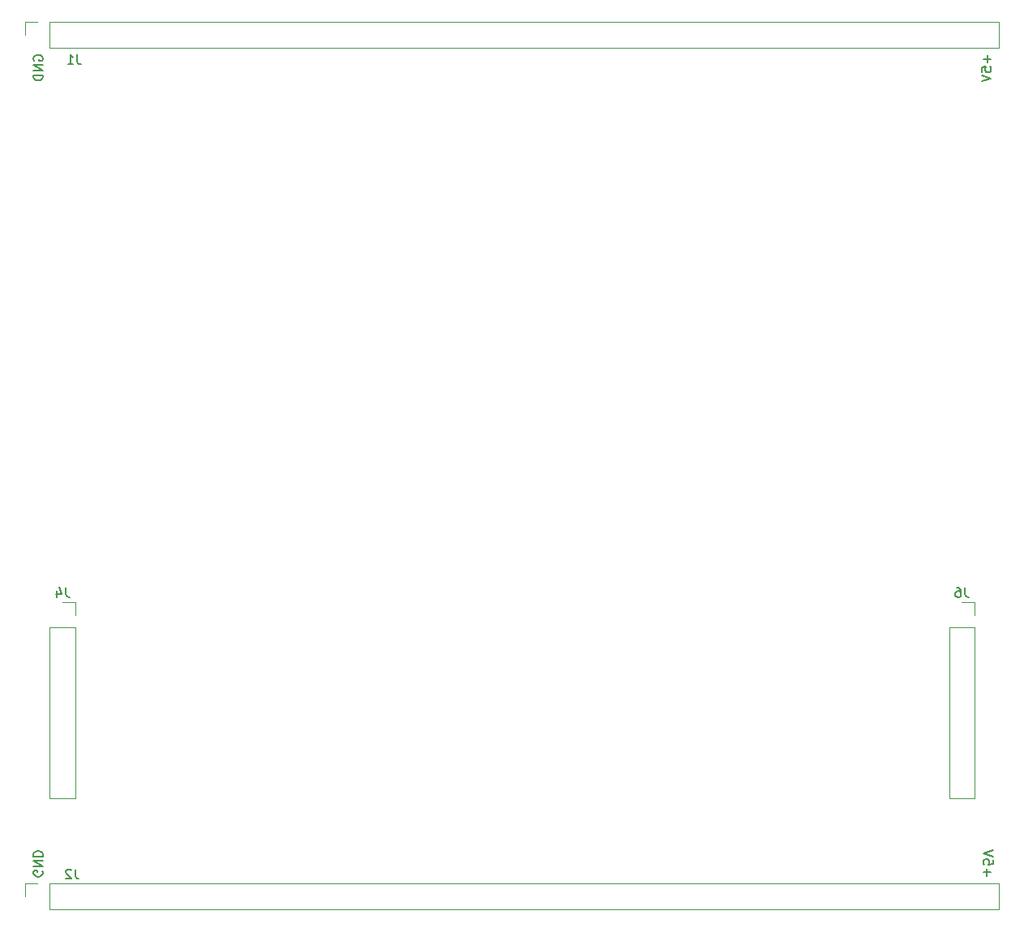
<source format=gbo>
G04 #@! TF.GenerationSoftware,KiCad,Pcbnew,(5.1.9)-1*
G04 #@! TF.CreationDate,2021-10-24T10:03:22-04:00*
G04 #@! TF.ProjectId,ram-mar,72616d2d-6d61-4722-9e6b-696361645f70,1.0*
G04 #@! TF.SameCoordinates,Original*
G04 #@! TF.FileFunction,Legend,Bot*
G04 #@! TF.FilePolarity,Positive*
%FSLAX46Y46*%
G04 Gerber Fmt 4.6, Leading zero omitted, Abs format (unit mm)*
G04 Created by KiCad (PCBNEW (5.1.9)-1) date 2021-10-24 10:03:22*
%MOMM*%
%LPD*%
G01*
G04 APERTURE LIST*
%ADD10C,0.150000*%
%ADD11C,0.120000*%
%ADD12O,1.600000X1.600000*%
%ADD13R,1.600000X1.600000*%
%ADD14O,1.700000X1.700000*%
%ADD15R,1.700000X1.700000*%
G04 APERTURE END LIST*
D10*
X86000000Y-48659404D02*
X85952380Y-48564166D01*
X85952380Y-48421309D01*
X86000000Y-48278452D01*
X86095238Y-48183214D01*
X86190476Y-48135595D01*
X86380952Y-48087976D01*
X86523809Y-48087976D01*
X86714285Y-48135595D01*
X86809523Y-48183214D01*
X86904761Y-48278452D01*
X86952380Y-48421309D01*
X86952380Y-48516547D01*
X86904761Y-48659404D01*
X86857142Y-48707023D01*
X86523809Y-48707023D01*
X86523809Y-48516547D01*
X86952380Y-49135595D02*
X85952380Y-49135595D01*
X86952380Y-49707023D01*
X85952380Y-49707023D01*
X86952380Y-50183214D02*
X85952380Y-50183214D01*
X85952380Y-50421309D01*
X86000000Y-50564166D01*
X86095238Y-50659404D01*
X86190476Y-50707023D01*
X86380952Y-50754642D01*
X86523809Y-50754642D01*
X86714285Y-50707023D01*
X86809523Y-50659404D01*
X86904761Y-50564166D01*
X86952380Y-50421309D01*
X86952380Y-50183214D01*
X86900000Y-133340595D02*
X86947619Y-133435833D01*
X86947619Y-133578690D01*
X86900000Y-133721547D01*
X86804761Y-133816785D01*
X86709523Y-133864404D01*
X86519047Y-133912023D01*
X86376190Y-133912023D01*
X86185714Y-133864404D01*
X86090476Y-133816785D01*
X85995238Y-133721547D01*
X85947619Y-133578690D01*
X85947619Y-133483452D01*
X85995238Y-133340595D01*
X86042857Y-133292976D01*
X86376190Y-133292976D01*
X86376190Y-133483452D01*
X85947619Y-132864404D02*
X86947619Y-132864404D01*
X85947619Y-132292976D01*
X86947619Y-132292976D01*
X85947619Y-131816785D02*
X86947619Y-131816785D01*
X86947619Y-131578690D01*
X86900000Y-131435833D01*
X86804761Y-131340595D01*
X86709523Y-131292976D01*
X86519047Y-131245357D01*
X86376190Y-131245357D01*
X86185714Y-131292976D01*
X86090476Y-131340595D01*
X85995238Y-131435833D01*
X85947619Y-131578690D01*
X85947619Y-131816785D01*
X185528571Y-133864404D02*
X185528571Y-133102500D01*
X185147619Y-133483452D02*
X185909523Y-133483452D01*
X186147619Y-132150119D02*
X186147619Y-132626309D01*
X185671428Y-132673928D01*
X185719047Y-132626309D01*
X185766666Y-132531071D01*
X185766666Y-132292976D01*
X185719047Y-132197738D01*
X185671428Y-132150119D01*
X185576190Y-132102500D01*
X185338095Y-132102500D01*
X185242857Y-132150119D01*
X185195238Y-132197738D01*
X185147619Y-132292976D01*
X185147619Y-132531071D01*
X185195238Y-132626309D01*
X185242857Y-132673928D01*
X186147619Y-131816785D02*
X185147619Y-131483452D01*
X186147619Y-131150119D01*
X185571428Y-48135595D02*
X185571428Y-48897500D01*
X185952380Y-48516547D02*
X185190476Y-48516547D01*
X184952380Y-49849880D02*
X184952380Y-49373690D01*
X185428571Y-49326071D01*
X185380952Y-49373690D01*
X185333333Y-49468928D01*
X185333333Y-49707023D01*
X185380952Y-49802261D01*
X185428571Y-49849880D01*
X185523809Y-49897500D01*
X185761904Y-49897500D01*
X185857142Y-49849880D01*
X185904761Y-49802261D01*
X185952380Y-49707023D01*
X185952380Y-49468928D01*
X185904761Y-49373690D01*
X185857142Y-49326071D01*
X184952380Y-50183214D02*
X185952380Y-50516547D01*
X184952380Y-50849880D01*
D11*
X184230000Y-125710000D02*
X181570000Y-125710000D01*
X184230000Y-107870000D02*
X184230000Y-125710000D01*
X181570000Y-107870000D02*
X181570000Y-125710000D01*
X184230000Y-107870000D02*
X181570000Y-107870000D01*
X184230000Y-106600000D02*
X184230000Y-105270000D01*
X184230000Y-105270000D02*
X182900000Y-105270000D01*
X90330000Y-105270000D02*
X89000000Y-105270000D01*
X90330000Y-106600000D02*
X90330000Y-105270000D01*
X90330000Y-107870000D02*
X87670000Y-107870000D01*
X87670000Y-107870000D02*
X87670000Y-125710000D01*
X90330000Y-107870000D02*
X90330000Y-125710000D01*
X90330000Y-125710000D02*
X87670000Y-125710000D01*
X186790000Y-134670000D02*
X186790000Y-137330000D01*
X87670000Y-134670000D02*
X186790000Y-134670000D01*
X87670000Y-137330000D02*
X186790000Y-137330000D01*
X87670000Y-134670000D02*
X87670000Y-137330000D01*
X86400000Y-134670000D02*
X85070000Y-134670000D01*
X85070000Y-134670000D02*
X85070000Y-136000000D01*
X186790000Y-44670000D02*
X186790000Y-47330000D01*
X87670000Y-44670000D02*
X186790000Y-44670000D01*
X87670000Y-47330000D02*
X186790000Y-47330000D01*
X87670000Y-44670000D02*
X87670000Y-47330000D01*
X86400000Y-44670000D02*
X85070000Y-44670000D01*
X85070000Y-44670000D02*
X85070000Y-46000000D01*
D10*
X183233333Y-103722380D02*
X183233333Y-104436666D01*
X183280952Y-104579523D01*
X183376190Y-104674761D01*
X183519047Y-104722380D01*
X183614285Y-104722380D01*
X182328571Y-103722380D02*
X182519047Y-103722380D01*
X182614285Y-103770000D01*
X182661904Y-103817619D01*
X182757142Y-103960476D01*
X182804761Y-104150952D01*
X182804761Y-104531904D01*
X182757142Y-104627142D01*
X182709523Y-104674761D01*
X182614285Y-104722380D01*
X182423809Y-104722380D01*
X182328571Y-104674761D01*
X182280952Y-104627142D01*
X182233333Y-104531904D01*
X182233333Y-104293809D01*
X182280952Y-104198571D01*
X182328571Y-104150952D01*
X182423809Y-104103333D01*
X182614285Y-104103333D01*
X182709523Y-104150952D01*
X182757142Y-104198571D01*
X182804761Y-104293809D01*
X89333333Y-103722380D02*
X89333333Y-104436666D01*
X89380952Y-104579523D01*
X89476190Y-104674761D01*
X89619047Y-104722380D01*
X89714285Y-104722380D01*
X88428571Y-104055714D02*
X88428571Y-104722380D01*
X88666666Y-103674761D02*
X88904761Y-104389047D01*
X88285714Y-104389047D01*
X90333333Y-133152380D02*
X90333333Y-133866666D01*
X90380952Y-134009523D01*
X90476190Y-134104761D01*
X90619047Y-134152380D01*
X90714285Y-134152380D01*
X89904761Y-133247619D02*
X89857142Y-133200000D01*
X89761904Y-133152380D01*
X89523809Y-133152380D01*
X89428571Y-133200000D01*
X89380952Y-133247619D01*
X89333333Y-133342857D01*
X89333333Y-133438095D01*
X89380952Y-133580952D01*
X89952380Y-134152380D01*
X89333333Y-134152380D01*
X90533333Y-48052380D02*
X90533333Y-48766666D01*
X90580952Y-48909523D01*
X90676190Y-49004761D01*
X90819047Y-49052380D01*
X90914285Y-49052380D01*
X89533333Y-49052380D02*
X90104761Y-49052380D01*
X89819047Y-49052380D02*
X89819047Y-48052380D01*
X89914285Y-48195238D01*
X90009523Y-48290476D01*
X90104761Y-48338095D01*
%LPC*%
D12*
X102800000Y-59860000D03*
X135820000Y-75100000D03*
X105340000Y-59860000D03*
X133280000Y-75100000D03*
X107880000Y-59860000D03*
X130740000Y-75100000D03*
X110420000Y-59860000D03*
X128200000Y-75100000D03*
X112960000Y-59860000D03*
X125660000Y-75100000D03*
X115500000Y-59860000D03*
X123120000Y-75100000D03*
X118040000Y-59860000D03*
X120580000Y-75100000D03*
X120580000Y-59860000D03*
X118040000Y-75100000D03*
X123120000Y-59860000D03*
X115500000Y-75100000D03*
X125660000Y-59860000D03*
X112960000Y-75100000D03*
X128200000Y-59860000D03*
X110420000Y-75100000D03*
X130740000Y-59860000D03*
X107880000Y-75100000D03*
X133280000Y-59860000D03*
X105340000Y-75100000D03*
X135820000Y-59860000D03*
D13*
X102800000Y-75100000D03*
D14*
X182900000Y-124380000D03*
X182900000Y-121840000D03*
X182900000Y-119300000D03*
X182900000Y-116760000D03*
X182900000Y-114220000D03*
X182900000Y-111680000D03*
X182900000Y-109140000D03*
D15*
X182900000Y-106600000D03*
D12*
X178520000Y-62700000D03*
X170900000Y-77940000D03*
X178520000Y-65240000D03*
X170900000Y-75400000D03*
X178520000Y-67780000D03*
X170900000Y-72860000D03*
X178520000Y-70320000D03*
X170900000Y-70320000D03*
X178520000Y-72860000D03*
X170900000Y-67780000D03*
X178520000Y-75400000D03*
X170900000Y-65240000D03*
X178520000Y-77940000D03*
D13*
X170900000Y-62700000D03*
D12*
X122400000Y-118380000D03*
X140180000Y-126000000D03*
X124940000Y-118380000D03*
X137640000Y-126000000D03*
X127480000Y-118380000D03*
X135100000Y-126000000D03*
X130020000Y-118380000D03*
X132560000Y-126000000D03*
X132560000Y-118380000D03*
X130020000Y-126000000D03*
X135100000Y-118380000D03*
X127480000Y-126000000D03*
X137640000Y-118380000D03*
X124940000Y-126000000D03*
X140180000Y-118380000D03*
D13*
X122400000Y-126000000D03*
D12*
X153700000Y-118380000D03*
X171480000Y-126000000D03*
X156240000Y-118380000D03*
X168940000Y-126000000D03*
X158780000Y-118380000D03*
X166400000Y-126000000D03*
X161320000Y-118380000D03*
X163860000Y-126000000D03*
X163860000Y-118380000D03*
X161320000Y-126000000D03*
X166400000Y-118380000D03*
X158780000Y-126000000D03*
X168940000Y-118380000D03*
X156240000Y-126000000D03*
X171480000Y-118380000D03*
D13*
X153700000Y-126000000D03*
D14*
X160350000Y-57740000D03*
D15*
X160350000Y-55200000D03*
D14*
X155700000Y-57740000D03*
D15*
X155700000Y-55200000D03*
D12*
X92300000Y-88380000D03*
X115160000Y-96000000D03*
X94840000Y-88380000D03*
X112620000Y-96000000D03*
X97380000Y-88380000D03*
X110080000Y-96000000D03*
X99920000Y-88380000D03*
X107540000Y-96000000D03*
X102460000Y-88380000D03*
X105000000Y-96000000D03*
X105000000Y-88380000D03*
X102460000Y-96000000D03*
X107540000Y-88380000D03*
X99920000Y-96000000D03*
X110080000Y-88380000D03*
X97380000Y-96000000D03*
X112620000Y-88380000D03*
X94840000Y-96000000D03*
X115160000Y-88380000D03*
D13*
X92300000Y-96000000D03*
D14*
X89000000Y-124380000D03*
X89000000Y-121840000D03*
X89000000Y-119300000D03*
X89000000Y-116760000D03*
X89000000Y-114220000D03*
X89000000Y-111680000D03*
X89000000Y-109140000D03*
D15*
X89000000Y-106600000D03*
D14*
X185460000Y-136000000D03*
X182920000Y-136000000D03*
X180380000Y-136000000D03*
X177840000Y-136000000D03*
X175300000Y-136000000D03*
X172760000Y-136000000D03*
X170220000Y-136000000D03*
X167680000Y-136000000D03*
X165140000Y-136000000D03*
X162600000Y-136000000D03*
X160060000Y-136000000D03*
X157520000Y-136000000D03*
X154980000Y-136000000D03*
X152440000Y-136000000D03*
X149900000Y-136000000D03*
X147360000Y-136000000D03*
X144820000Y-136000000D03*
X142280000Y-136000000D03*
X139740000Y-136000000D03*
X137200000Y-136000000D03*
X134660000Y-136000000D03*
X132120000Y-136000000D03*
X129580000Y-136000000D03*
X127040000Y-136000000D03*
X124500000Y-136000000D03*
X121960000Y-136000000D03*
X119420000Y-136000000D03*
X116880000Y-136000000D03*
X114340000Y-136000000D03*
X111800000Y-136000000D03*
X109260000Y-136000000D03*
X106720000Y-136000000D03*
X104180000Y-136000000D03*
X101640000Y-136000000D03*
X99100000Y-136000000D03*
X96560000Y-136000000D03*
X94020000Y-136000000D03*
X91480000Y-136000000D03*
X88940000Y-136000000D03*
D15*
X86400000Y-136000000D03*
D14*
X185460000Y-46000000D03*
X182920000Y-46000000D03*
X180380000Y-46000000D03*
X177840000Y-46000000D03*
X175300000Y-46000000D03*
X172760000Y-46000000D03*
X170220000Y-46000000D03*
X167680000Y-46000000D03*
X165140000Y-46000000D03*
X162600000Y-46000000D03*
X160060000Y-46000000D03*
X157520000Y-46000000D03*
X154980000Y-46000000D03*
X152440000Y-46000000D03*
X149900000Y-46000000D03*
X147360000Y-46000000D03*
X144820000Y-46000000D03*
X142280000Y-46000000D03*
X139740000Y-46000000D03*
X137200000Y-46000000D03*
X134660000Y-46000000D03*
X132120000Y-46000000D03*
X129580000Y-46000000D03*
X127040000Y-46000000D03*
X124500000Y-46000000D03*
X121960000Y-46000000D03*
X119420000Y-46000000D03*
X116880000Y-46000000D03*
X114340000Y-46000000D03*
X111800000Y-46000000D03*
X109260000Y-46000000D03*
X106720000Y-46000000D03*
X104180000Y-46000000D03*
X101640000Y-46000000D03*
X99100000Y-46000000D03*
X96560000Y-46000000D03*
X94020000Y-46000000D03*
X91480000Y-46000000D03*
X88940000Y-46000000D03*
D15*
X86400000Y-46000000D03*
M02*

</source>
